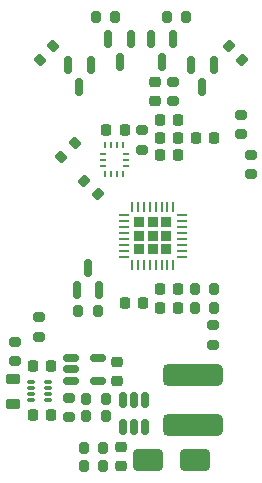
<source format=gbr>
%TF.GenerationSoftware,KiCad,Pcbnew,9.0.5*%
%TF.CreationDate,2025-11-12T12:14:19+01:00*%
%TF.ProjectId,Control board,436f6e74-726f-46c2-9062-6f6172642e6b,rev?*%
%TF.SameCoordinates,Original*%
%TF.FileFunction,Paste,Bot*%
%TF.FilePolarity,Positive*%
%FSLAX46Y46*%
G04 Gerber Fmt 4.6, Leading zero omitted, Abs format (unit mm)*
G04 Created by KiCad (PCBNEW 9.0.5) date 2025-11-12 12:14:19*
%MOMM*%
%LPD*%
G01*
G04 APERTURE LIST*
G04 Aperture macros list*
%AMRoundRect*
0 Rectangle with rounded corners*
0 $1 Rounding radius*
0 $2 $3 $4 $5 $6 $7 $8 $9 X,Y pos of 4 corners*
0 Add a 4 corners polygon primitive as box body*
4,1,4,$2,$3,$4,$5,$6,$7,$8,$9,$2,$3,0*
0 Add four circle primitives for the rounded corners*
1,1,$1+$1,$2,$3*
1,1,$1+$1,$4,$5*
1,1,$1+$1,$6,$7*
1,1,$1+$1,$8,$9*
0 Add four rect primitives between the rounded corners*
20,1,$1+$1,$2,$3,$4,$5,0*
20,1,$1+$1,$4,$5,$6,$7,0*
20,1,$1+$1,$6,$7,$8,$9,0*
20,1,$1+$1,$8,$9,$2,$3,0*%
G04 Aperture macros list end*
%ADD10RoundRect,0.200000X-0.200000X-0.275000X0.200000X-0.275000X0.200000X0.275000X-0.200000X0.275000X0*%
%ADD11RoundRect,0.200000X0.275000X-0.200000X0.275000X0.200000X-0.275000X0.200000X-0.275000X-0.200000X0*%
%ADD12RoundRect,0.200000X-0.275000X0.200000X-0.275000X-0.200000X0.275000X-0.200000X0.275000X0.200000X0*%
%ADD13RoundRect,0.150000X-0.150000X0.587500X-0.150000X-0.587500X0.150000X-0.587500X0.150000X0.587500X0*%
%ADD14RoundRect,0.150000X0.150000X-0.512500X0.150000X0.512500X-0.150000X0.512500X-0.150000X-0.512500X0*%
%ADD15RoundRect,0.225000X-0.225000X-0.250000X0.225000X-0.250000X0.225000X0.250000X-0.225000X0.250000X0*%
%ADD16RoundRect,0.250000X1.000000X0.650000X-1.000000X0.650000X-1.000000X-0.650000X1.000000X-0.650000X0*%
%ADD17RoundRect,0.225000X0.225000X0.250000X-0.225000X0.250000X-0.225000X-0.250000X0.225000X-0.250000X0*%
%ADD18RoundRect,0.225000X0.250000X-0.225000X0.250000X0.225000X-0.250000X0.225000X-0.250000X-0.225000X0*%
%ADD19R,0.250000X0.475000*%
%ADD20R,0.475000X0.250000*%
%ADD21RoundRect,0.200000X-0.053033X0.335876X-0.335876X0.053033X0.053033X-0.335876X0.335876X-0.053033X0*%
%ADD22RoundRect,0.200000X-0.335876X-0.053033X-0.053033X-0.335876X0.335876X0.053033X0.053033X0.335876X0*%
%ADD23RoundRect,0.050000X-0.285000X-0.100000X0.285000X-0.100000X0.285000X0.100000X-0.285000X0.100000X0*%
%ADD24RoundRect,0.200000X0.335876X0.053033X0.053033X0.335876X-0.335876X-0.053033X-0.053033X-0.335876X0*%
%ADD25RoundRect,0.150000X0.150000X-0.587500X0.150000X0.587500X-0.150000X0.587500X-0.150000X-0.587500X0*%
%ADD26RoundRect,0.200000X0.200000X0.275000X-0.200000X0.275000X-0.200000X-0.275000X0.200000X-0.275000X0*%
%ADD27RoundRect,0.232500X-0.232500X-0.232500X0.232500X-0.232500X0.232500X0.232500X-0.232500X0.232500X0*%
%ADD28RoundRect,0.062500X-0.375000X-0.062500X0.375000X-0.062500X0.375000X0.062500X-0.375000X0.062500X0*%
%ADD29RoundRect,0.062500X-0.062500X-0.375000X0.062500X-0.375000X0.062500X0.375000X-0.062500X0.375000X0*%
%ADD30RoundRect,0.200000X0.053033X-0.335876X0.335876X-0.053033X-0.053033X0.335876X-0.335876X0.053033X0*%
%ADD31RoundRect,0.218750X-0.381250X0.218750X-0.381250X-0.218750X0.381250X-0.218750X0.381250X0.218750X0*%
%ADD32RoundRect,0.225000X-0.250000X0.225000X-0.250000X-0.225000X0.250000X-0.225000X0.250000X0.225000X0*%
%ADD33RoundRect,0.150000X-0.512500X-0.150000X0.512500X-0.150000X0.512500X0.150000X-0.512500X0.150000X0*%
%ADD34RoundRect,0.475000X-2.075000X0.475000X-2.075000X-0.475000X2.075000X-0.475000X2.075000X0.475000X0*%
G04 APERTURE END LIST*
D10*
%TO.C,R11*%
X45175000Y-66475000D03*
X46825000Y-66475000D03*
%TD*%
D11*
%TO.C,R1*%
X56100000Y-57725000D03*
X56100000Y-56075000D03*
%TD*%
D12*
%TO.C,R15*%
X58500000Y-38250000D03*
X58500000Y-39900000D03*
%TD*%
D13*
%TO.C,Q5*%
X54250000Y-34062500D03*
X56150000Y-34062500D03*
X55200000Y-35937501D03*
%TD*%
D14*
%TO.C,U4*%
X50349999Y-64712500D03*
X49400000Y-64712500D03*
X48450001Y-64712500D03*
X48450001Y-62437500D03*
X49400000Y-62437500D03*
X50349999Y-62437500D03*
%TD*%
D15*
%TO.C,C5*%
X51625000Y-40175000D03*
X53175000Y-40175000D03*
%TD*%
D16*
%TO.C,D1*%
X54600000Y-67475000D03*
X50600000Y-67475000D03*
%TD*%
D17*
%TO.C,C4*%
X53175000Y-54600000D03*
X51625000Y-54600000D03*
%TD*%
D13*
%TO.C,Q2*%
X43850000Y-34062500D03*
X45750000Y-34062500D03*
X44800000Y-35937501D03*
%TD*%
D11*
%TO.C,R16*%
X59300000Y-43300000D03*
X59300000Y-41650000D03*
%TD*%
D17*
%TO.C,C6*%
X56175000Y-40175000D03*
X54625000Y-40175000D03*
%TD*%
%TO.C,C3*%
X53175000Y-53000000D03*
X51625000Y-53000000D03*
%TD*%
D10*
%TO.C,R5*%
X45375000Y-62300000D03*
X47025000Y-62300000D03*
%TD*%
D11*
%TO.C,R14*%
X52700000Y-37100000D03*
X52700000Y-35450000D03*
%TD*%
D12*
%TO.C,R9*%
X39300000Y-57475000D03*
X39300000Y-59125000D03*
%TD*%
D17*
%TO.C,L3*%
X53175000Y-41675000D03*
X51625000Y-41675000D03*
%TD*%
D13*
%TO.C,Q4*%
X50850000Y-31862500D03*
X52750000Y-31862500D03*
X51800000Y-33737501D03*
%TD*%
D12*
%TO.C,R3*%
X50100000Y-39575000D03*
X50100000Y-41225000D03*
%TD*%
D18*
%TO.C,C9*%
X48300000Y-67950000D03*
X48300000Y-66400000D03*
%TD*%
D19*
%TO.C,U5*%
X48500001Y-43300000D03*
X48000000Y-43300000D03*
X47500000Y-43300000D03*
X46999999Y-43300000D03*
D20*
X46750000Y-42550000D03*
X46750000Y-42050000D03*
X46750000Y-41550000D03*
D19*
X46999999Y-40800000D03*
X47500000Y-40800000D03*
X48000000Y-40800000D03*
X48500001Y-40800000D03*
D20*
X48750000Y-41550000D03*
X48750000Y-42050000D03*
X48750000Y-42550000D03*
%TD*%
D21*
%TO.C,R4*%
X44383363Y-40616637D03*
X43216637Y-41783363D03*
%TD*%
D22*
%TO.C,R2*%
X45216637Y-43816637D03*
X46383363Y-44983363D03*
%TD*%
D15*
%TO.C,C2*%
X40825000Y-59537500D03*
X42375000Y-59537500D03*
%TD*%
%TO.C,C7*%
X40825000Y-63675000D03*
X42375000Y-63675000D03*
%TD*%
D23*
%TO.C,U2*%
X40660000Y-62387500D03*
X40660000Y-61887500D03*
X40660000Y-61387500D03*
X40660000Y-60887500D03*
X42140000Y-60887500D03*
X42140000Y-61387500D03*
X42140000Y-61887500D03*
X42140000Y-62387500D03*
%TD*%
D24*
%TO.C,R20*%
X58583363Y-33583363D03*
X57416637Y-32416637D03*
%TD*%
D25*
%TO.C,Q1*%
X46450000Y-53075001D03*
X44550000Y-53075001D03*
X45500000Y-51200000D03*
%TD*%
D10*
%TO.C,R18*%
X46175000Y-30000000D03*
X47825000Y-30000000D03*
%TD*%
D15*
%TO.C,C10*%
X47075000Y-39550000D03*
X48625000Y-39550000D03*
%TD*%
D18*
%TO.C,C11*%
X51200000Y-37050000D03*
X51200000Y-35500000D03*
%TD*%
D15*
%TO.C,C8*%
X51625000Y-38675000D03*
X53175000Y-38675000D03*
%TD*%
D10*
%TO.C,R13*%
X54575000Y-54600000D03*
X56225000Y-54600000D03*
%TD*%
D26*
%TO.C,R10*%
X46825000Y-67975000D03*
X45175000Y-67975000D03*
%TD*%
%TO.C,R12*%
X56225000Y-53000000D03*
X54575000Y-53000000D03*
%TD*%
%TO.C,R21*%
X46325000Y-54837501D03*
X44675000Y-54837501D03*
%TD*%
D17*
%TO.C,L1*%
X50175000Y-54200000D03*
X48625000Y-54200000D03*
%TD*%
D11*
%TO.C,R6*%
X43900000Y-63862499D03*
X43900000Y-62212499D03*
%TD*%
D27*
%TO.C,U3*%
X49850000Y-47350000D03*
X49850000Y-48500000D03*
X49850000Y-49650000D03*
X51000000Y-47350000D03*
X51000000Y-48500000D03*
X51000000Y-49650000D03*
X52150000Y-47350000D03*
X52150000Y-48500000D03*
X52150000Y-49650000D03*
D28*
X48562500Y-50250000D03*
X48562500Y-49750000D03*
X48562500Y-49250000D03*
X48562500Y-48750000D03*
X48562500Y-48250000D03*
X48562500Y-47750000D03*
X48562500Y-47250000D03*
X48562500Y-46750000D03*
D29*
X49250000Y-46062500D03*
X49750000Y-46062500D03*
X50250000Y-46062500D03*
X50750000Y-46062500D03*
X51250000Y-46062500D03*
X51750000Y-46062500D03*
X52250000Y-46062500D03*
X52750000Y-46062500D03*
D28*
X53437500Y-46750000D03*
X53437500Y-47250000D03*
X53437500Y-47750000D03*
X53437500Y-48250000D03*
X53437500Y-48750000D03*
X53437500Y-49250000D03*
X53437500Y-49750000D03*
X53437500Y-50250000D03*
D29*
X52750000Y-50937500D03*
X52250000Y-50937500D03*
X51750000Y-50937500D03*
X51250000Y-50937500D03*
X50750000Y-50937500D03*
X50250000Y-50937500D03*
X49750000Y-50937500D03*
X49250000Y-50937500D03*
%TD*%
D13*
%TO.C,Q3*%
X47250000Y-31862500D03*
X49150000Y-31862500D03*
X48200000Y-33737501D03*
%TD*%
D30*
%TO.C,R17*%
X41416637Y-33583363D03*
X42583363Y-32416637D03*
%TD*%
D26*
%TO.C,R19*%
X53825000Y-30000000D03*
X52175000Y-30000000D03*
%TD*%
D31*
%TO.C,L2*%
X39200000Y-60612500D03*
X39200000Y-62737500D03*
%TD*%
D32*
%TO.C,C1*%
X48000000Y-59200000D03*
X48000000Y-60750000D03*
%TD*%
D33*
%TO.C,U1*%
X44062500Y-60749999D03*
X44062500Y-59800000D03*
X44062500Y-58850001D03*
X46337500Y-58850001D03*
X46337500Y-60749999D03*
%TD*%
D10*
%TO.C,R7*%
X45375000Y-63775000D03*
X47025000Y-63775000D03*
%TD*%
D12*
%TO.C,R8*%
X41400000Y-55375000D03*
X41400000Y-57025000D03*
%TD*%
D34*
%TO.C,L4*%
X54400000Y-60275000D03*
X54400000Y-64475000D03*
%TD*%
M02*

</source>
